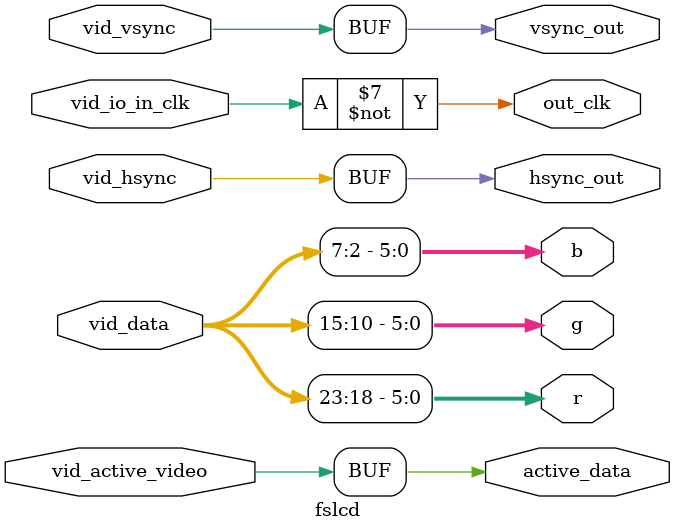
<source format=v>
`timescale 1ns / 1ps
module fslcd #
(
	/// single component data width
	parameter integer C_IN_COMP_WIDTH = 8,
	parameter integer C_OUT_COMP_WIDTH = 6
) (
	input vid_io_in_clk,

	input vid_active_video,
	input [C_IN_COMP_WIDTH*3-1:0] vid_data,
	input vid_hsync,
	input vid_vsync,

	output [C_OUT_COMP_WIDTH-1:0] r,
	output [C_OUT_COMP_WIDTH-1:0] g,
	output [C_OUT_COMP_WIDTH-1:0] b,
	output hsync_out,
	output vsync_out,
	output active_data,
	output out_clk
);

	function integer com_msb (input integer com_idx);
	begin
		com_msb = C_IN_COMP_WIDTH * (com_idx + 1) - 1;
	end
	endfunction

	function integer com_lsb_shrink (input integer com_idx);
	begin
		com_lsb_shrink = C_IN_COMP_WIDTH * (com_idx + 1) - C_OUT_COMP_WIDTH;
	end
	endfunction

	function integer com_lsb_extent (input integer com_idx);
	begin
		com_lsb_extent = C_IN_COMP_WIDTH * com_idx;
	end
	endfunction

	localparam integer C_EXTENT = C_OUT_COMP_WIDTH - C_IN_COMP_WIDTH;

	assign active_data = vid_active_video;

	if (C_IN_COMP_WIDTH >= C_OUT_COMP_WIDTH) begin
		assign r = vid_data[com_msb(2):com_lsb_shrink(2)];
		assign g = vid_data[com_msb(1):com_lsb_shrink(1)];
		assign b = vid_data[com_msb(0):com_lsb_shrink(0)];
	end
	else begin
		assign r = { vid_data[com_msb(2):com_lsb_extent(2)], {C_EXTENT{1'b1}} };
		assign g = { vid_data[com_msb(1):com_lsb_extent(1)], {C_EXTENT{1'b1}} };
		assign b = { vid_data[com_msb(0):com_lsb_extent(0)], {C_EXTENT{1'b1}} };
	end

	assign hsync_out = vid_hsync;
	assign vsync_out = vid_vsync;
	assign out_clk = ~vid_io_in_clk;

endmodule

</source>
